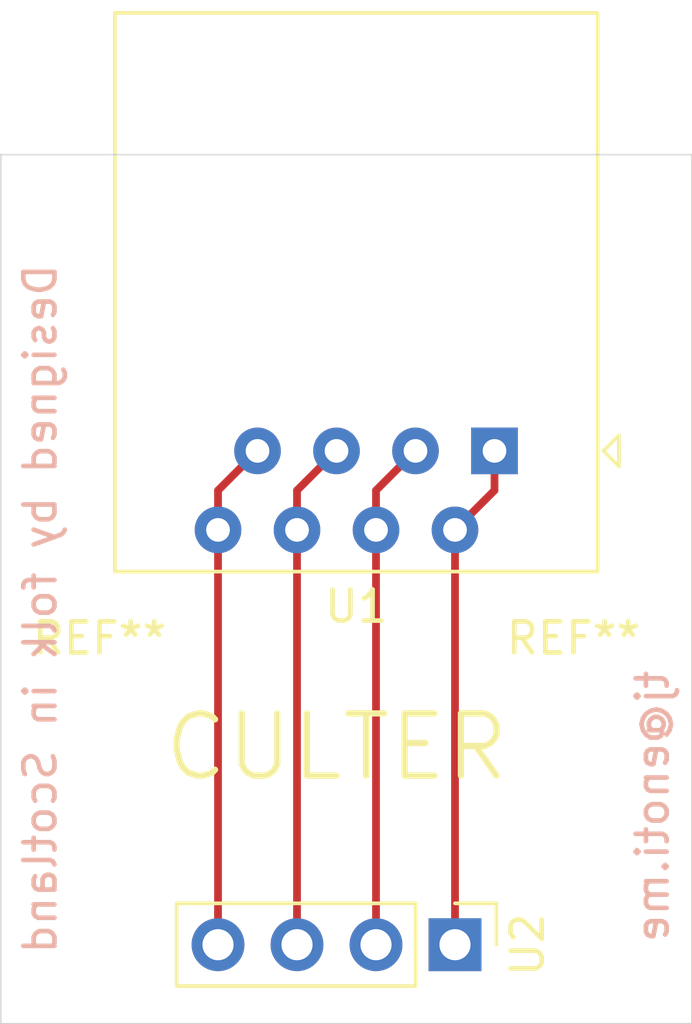
<source format=kicad_pcb>
(kicad_pcb (version 20171130) (host pcbnew 5.1.2)

  (general
    (thickness 1.6)
    (drawings 7)
    (tracks 12)
    (zones 0)
    (modules 4)
    (nets 5)
  )

  (page A4)
  (layers
    (0 F.Cu signal)
    (31 B.Cu signal)
    (32 B.Adhes user)
    (33 F.Adhes user)
    (34 B.Paste user)
    (35 F.Paste user)
    (36 B.SilkS user)
    (37 F.SilkS user)
    (38 B.Mask user)
    (39 F.Mask user)
    (40 Dwgs.User user)
    (41 Cmts.User user)
    (42 Eco1.User user)
    (43 Eco2.User user)
    (44 Edge.Cuts user)
    (45 Margin user)
    (46 B.CrtYd user)
    (47 F.CrtYd user)
    (48 B.Fab user)
    (49 F.Fab user)
  )

  (setup
    (last_trace_width 0.25)
    (trace_clearance 0.2)
    (zone_clearance 0.508)
    (zone_45_only no)
    (trace_min 0.2)
    (via_size 0.8)
    (via_drill 0.4)
    (via_min_size 0.4)
    (via_min_drill 0.3)
    (uvia_size 0.3)
    (uvia_drill 0.1)
    (uvias_allowed no)
    (uvia_min_size 0.2)
    (uvia_min_drill 0.1)
    (edge_width 0.05)
    (segment_width 0.2)
    (pcb_text_width 0.3)
    (pcb_text_size 1.5 1.5)
    (mod_edge_width 0.12)
    (mod_text_size 1 1)
    (mod_text_width 0.15)
    (pad_size 1.5 1.5)
    (pad_drill 0.76)
    (pad_to_mask_clearance 0.051)
    (solder_mask_min_width 0.25)
    (aux_axis_origin 0 0)
    (visible_elements FFFFFF7F)
    (pcbplotparams
      (layerselection 0x010fc_ffffffff)
      (usegerberextensions false)
      (usegerberattributes false)
      (usegerberadvancedattributes false)
      (creategerberjobfile false)
      (excludeedgelayer true)
      (linewidth 0.100000)
      (plotframeref false)
      (viasonmask false)
      (mode 1)
      (useauxorigin false)
      (hpglpennumber 1)
      (hpglpenspeed 20)
      (hpglpendiameter 15.000000)
      (psnegative false)
      (psa4output false)
      (plotreference true)
      (plotvalue true)
      (plotinvisibletext false)
      (padsonsilk false)
      (subtractmaskfromsilk false)
      (outputformat 1)
      (mirror false)
      (drillshape 1)
      (scaleselection 1)
      (outputdirectory ""))
  )

  (net 0 "")
  (net 1 "Net-(U1-Pad1)")
  (net 2 "Net-(U1-Pad2)")
  (net 3 "Net-(U1-Pad3)")
  (net 4 "Net-(U1-Pad4)")

  (net_class Default "This is the default net class."
    (clearance 0.2)
    (trace_width 0.25)
    (via_dia 0.8)
    (via_drill 0.4)
    (uvia_dia 0.3)
    (uvia_drill 0.1)
    (add_net "Net-(U1-Pad1)")
    (add_net "Net-(U1-Pad2)")
    (add_net "Net-(U1-Pad3)")
    (add_net "Net-(U1-Pad4)")
  )

  (module MountingHole:MountingHole_2.5mm (layer F.Cu) (tedit 56D1B4CB) (tstamp 5D7065C2)
    (at 155.575 54.61)
    (descr "Mounting Hole 2.5mm, no annular")
    (tags "mounting hole 2.5mm no annular")
    (attr virtual)
    (fp_text reference REF** (at 0 -3.5) (layer F.SilkS)
      (effects (font (size 1 1) (thickness 0.15)))
    )
    (fp_text value MountingHole_2.5mm (at 0 3.5) (layer F.Fab) hide
      (effects (font (size 1 1) (thickness 0.15)))
    )
    (fp_circle (center 0 0) (end 2.75 0) (layer F.CrtYd) (width 0.05))
    (fp_circle (center 0 0) (end 2.5 0) (layer Cmts.User) (width 0.15))
    (fp_text user %R (at 0.3 0) (layer F.Fab)
      (effects (font (size 1 1) (thickness 0.15)))
    )
    (pad 1 np_thru_hole circle (at 0 0) (size 2.5 2.5) (drill 2.5) (layers *.Cu *.Mask))
  )

  (module MountingHole:MountingHole_2.5mm (layer F.Cu) (tedit 56D1B4CB) (tstamp 5D70650B)
    (at 140.335 54.61)
    (descr "Mounting Hole 2.5mm, no annular")
    (tags "mounting hole 2.5mm no annular")
    (attr virtual)
    (fp_text reference REF** (at 0 -3.5) (layer F.SilkS)
      (effects (font (size 1 1) (thickness 0.15)))
    )
    (fp_text value MountingHole_2.5mm (at 0 3.5) (layer F.Fab) hide
      (effects (font (size 1 1) (thickness 0.15)))
    )
    (fp_circle (center 0 0) (end 2.75 0) (layer F.CrtYd) (width 0.05))
    (fp_circle (center 0 0) (end 2.5 0) (layer Cmts.User) (width 0.15))
    (fp_text user %R (at 0.3 0) (layer F.Fab)
      (effects (font (size 1 1) (thickness 0.15)))
    )
    (pad 1 np_thru_hole circle (at 0 0) (size 2.5 2.5) (drill 2.5) (layers *.Cu *.Mask))
  )

  (module Connector_RJ:RJ45_Amphenol_54602-x08_Horizontal (layer F.Cu) (tedit 5D6FF396) (tstamp 5D706C5E)
    (at 153.035 45.085 180)
    (descr "8 Pol Shallow Latch Connector, Modjack, RJ45 (https://cdn.amphenol-icc.com/media/wysiwyg/files/drawing/c-bmj-0102.pdf)")
    (tags RJ45)
    (path /5D6FF28C)
    (fp_text reference U1 (at 4.445 -5) (layer F.SilkS)
      (effects (font (size 1 1) (thickness 0.15)))
    )
    (fp_text value LightingConnector (at 4.445 4) (layer F.Fab) hide
      (effects (font (size 1 1) (thickness 0.15)))
    )
    (fp_text user %R (at 4.445 2) (layer F.Fab) hide
      (effects (font (size 1 1) (thickness 0.15)))
    )
    (fp_line (start -4 0.5) (end -3.5 0) (layer F.SilkS) (width 0.12))
    (fp_line (start -4 -0.5) (end -4 0.5) (layer F.SilkS) (width 0.12))
    (fp_line (start -3.5 0) (end -4 -0.5) (layer F.SilkS) (width 0.12))
    (fp_line (start -3.205 13.97) (end -3.205 -2.77) (layer F.Fab) (width 0.12))
    (fp_line (start 12.095 13.97) (end -3.205 13.97) (layer F.Fab) (width 0.12))
    (fp_line (start 12.095 -3.77) (end 12.095 13.97) (layer F.Fab) (width 0.12))
    (fp_line (start -2.205 -3.77) (end 12.095 -3.77) (layer F.Fab) (width 0.12))
    (fp_line (start -3.205 -2.77) (end -2.205 -3.77) (layer F.Fab) (width 0.12))
    (fp_line (start -3.315 14.08) (end 12.205 14.08) (layer F.SilkS) (width 0.12))
    (fp_line (start 12.205 -3.88) (end 12.205 14.08) (layer F.SilkS) (width 0.12))
    (fp_line (start 12.205 -3.88) (end -3.315 -3.88) (layer F.SilkS) (width 0.12))
    (fp_line (start -3.315 -3.88) (end -3.315 14.08) (layer F.SilkS) (width 0.12))
    (fp_line (start -3.71 -4.27) (end 12.6 -4.27) (layer F.CrtYd) (width 0.05))
    (fp_line (start -3.71 -4.27) (end -3.71 14.47) (layer F.CrtYd) (width 0.05))
    (fp_line (start 12.6 14.47) (end 12.6 -4.27) (layer F.CrtYd) (width 0.05))
    (fp_line (start 12.6 14.47) (end -3.71 14.47) (layer F.CrtYd) (width 0.05))
    (pad "" np_thru_hole circle (at 10.16 6.35 180) (size 3.2 3.2) (drill 3.2) (layers *.Cu *.Mask))
    (pad "" np_thru_hole circle (at -1.27 6.35 180) (size 3.2 3.2) (drill 3.2) (layers *.Cu *.Mask))
    (pad 1 thru_hole rect (at 0 0 180) (size 1.5 1.5) (drill 0.76) (layers *.Cu *.Mask)
      (net 1 "Net-(U1-Pad1)"))
    (pad 1 thru_hole circle (at 1.27 -2.54 180) (size 1.5 1.5) (drill 0.76) (layers *.Cu *.Mask)
      (net 1 "Net-(U1-Pad1)"))
    (pad 2 thru_hole circle (at 2.54 0 180) (size 1.5 1.5) (drill 0.76) (layers *.Cu *.Mask)
      (net 2 "Net-(U1-Pad2)"))
    (pad 2 thru_hole circle (at 3.81 -2.54 180) (size 1.5 1.5) (drill 0.76) (layers *.Cu *.Mask)
      (net 2 "Net-(U1-Pad2)"))
    (pad 3 thru_hole circle (at 5.08 0 180) (size 1.5 1.5) (drill 0.76) (layers *.Cu *.Mask)
      (net 3 "Net-(U1-Pad3)"))
    (pad 3 thru_hole circle (at 6.35 -2.54 180) (size 1.5 1.5) (drill 0.76) (layers *.Cu *.Mask)
      (net 3 "Net-(U1-Pad3)"))
    (pad 4 thru_hole circle (at 7.62 0 180) (size 1.5 1.5) (drill 0.76) (layers *.Cu *.Mask)
      (net 4 "Net-(U1-Pad4)"))
    (pad 4 thru_hole circle (at 8.89 -2.54 180) (size 1.5 1.5) (drill 0.76) (layers *.Cu *.Mask)
      (net 4 "Net-(U1-Pad4)"))
    (model ${KISYS3DMOD}/Connector_RJ.3dshapes/RJ45_Amphenol_54602-x08_Horizontal.wrl
      (at (xyz 0 0 0))
      (scale (xyz 1 1 1))
      (rotate (xyz 0 0 0))
    )
  )

  (module Connector_PinHeader_2.54mm:PinHeader_1x04_P2.54mm_Vertical (layer F.Cu) (tedit 59FED5CC) (tstamp 5D704225)
    (at 151.765 60.96 270)
    (descr "Through hole straight pin header, 1x04, 2.54mm pitch, single row")
    (tags "Through hole pin header THT 1x04 2.54mm single row")
    (path /5D6FF6C9)
    (fp_text reference U2 (at 0 -2.33 90) (layer F.SilkS)
      (effects (font (size 1 1) (thickness 0.15)))
    )
    (fp_text value LightingInput (at 0 9.95 90) (layer F.Fab) hide
      (effects (font (size 1 1) (thickness 0.15)))
    )
    (fp_line (start -0.635 -1.27) (end 1.27 -1.27) (layer F.Fab) (width 0.1))
    (fp_line (start 1.27 -1.27) (end 1.27 8.89) (layer F.Fab) (width 0.1))
    (fp_line (start 1.27 8.89) (end -1.27 8.89) (layer F.Fab) (width 0.1))
    (fp_line (start -1.27 8.89) (end -1.27 -0.635) (layer F.Fab) (width 0.1))
    (fp_line (start -1.27 -0.635) (end -0.635 -1.27) (layer F.Fab) (width 0.1))
    (fp_line (start -1.33 8.95) (end 1.33 8.95) (layer F.SilkS) (width 0.12))
    (fp_line (start -1.33 1.27) (end -1.33 8.95) (layer F.SilkS) (width 0.12))
    (fp_line (start 1.33 1.27) (end 1.33 8.95) (layer F.SilkS) (width 0.12))
    (fp_line (start -1.33 1.27) (end 1.33 1.27) (layer F.SilkS) (width 0.12))
    (fp_line (start -1.33 0) (end -1.33 -1.33) (layer F.SilkS) (width 0.12))
    (fp_line (start -1.33 -1.33) (end 0 -1.33) (layer F.SilkS) (width 0.12))
    (fp_line (start -1.8 -1.8) (end -1.8 9.4) (layer F.CrtYd) (width 0.05))
    (fp_line (start -1.8 9.4) (end 1.8 9.4) (layer F.CrtYd) (width 0.05))
    (fp_line (start 1.8 9.4) (end 1.8 -1.8) (layer F.CrtYd) (width 0.05))
    (fp_line (start 1.8 -1.8) (end -1.8 -1.8) (layer F.CrtYd) (width 0.05))
    (fp_text user %R (at 0 3.81) (layer F.Fab)
      (effects (font (size 1 1) (thickness 0.15)))
    )
    (pad 1 thru_hole rect (at 0 0 270) (size 1.7 1.7) (drill 1) (layers *.Cu *.Mask)
      (net 1 "Net-(U1-Pad1)"))
    (pad 2 thru_hole oval (at 0 2.54 270) (size 1.7 1.7) (drill 1) (layers *.Cu *.Mask)
      (net 2 "Net-(U1-Pad2)"))
    (pad 3 thru_hole oval (at 0 5.08 270) (size 1.7 1.7) (drill 1) (layers *.Cu *.Mask)
      (net 3 "Net-(U1-Pad3)"))
    (pad 4 thru_hole oval (at 0 7.62 270) (size 1.7 1.7) (drill 1) (layers *.Cu *.Mask)
      (net 4 "Net-(U1-Pad4)"))
    (model ${KISYS3DMOD}/Connector_PinHeader_2.54mm.3dshapes/PinHeader_1x04_P2.54mm_Vertical.wrl
      (at (xyz 0 0 0))
      (scale (xyz 1 1 1))
      (rotate (xyz 0 0 0))
    )
  )

  (gr_text CULTER (at 147.955 54.61) (layer F.SilkS)
    (effects (font (size 2 2) (thickness 0.2)))
  )
  (gr_text tj@enoti.me (at 158.115 56.515 90) (layer B.SilkS)
    (effects (font (size 1 1) (thickness 0.15)) (justify mirror))
  )
  (gr_text "Designed by folk in Scotland" (at 138.43 50.165 90) (layer B.SilkS)
    (effects (font (size 1 1) (thickness 0.15)) (justify mirror))
  )
  (gr_line (start 137.16 63.5) (end 137.16 35.56) (layer Edge.Cuts) (width 0.05) (tstamp 5D706C04))
  (gr_line (start 159.385 63.5) (end 137.16 63.5) (layer Edge.Cuts) (width 0.05))
  (gr_line (start 159.385 35.56) (end 159.385 63.5) (layer Edge.Cuts) (width 0.05))
  (gr_line (start 137.16 35.56) (end 159.385 35.56) (layer Edge.Cuts) (width 0.05))

  (segment (start 151.765 60.96) (end 151.765 47.625) (width 0.25) (layer F.Cu) (net 1))
  (segment (start 153.035 46.355) (end 151.765 47.625) (width 0.25) (layer F.Cu) (net 1))
  (segment (start 153.035 45.085) (end 153.035 46.355) (width 0.25) (layer F.Cu) (net 1))
  (segment (start 149.225 46.355) (end 149.225 47.625) (width 0.25) (layer F.Cu) (net 2))
  (segment (start 150.495 45.085) (end 149.225 46.355) (width 0.25) (layer F.Cu) (net 2))
  (segment (start 149.225 47.625) (end 149.225 60.96) (width 0.25) (layer F.Cu) (net 2))
  (segment (start 146.685 60.96) (end 146.685 47.625) (width 0.25) (layer F.Cu) (net 3))
  (segment (start 146.685 46.355) (end 146.685 47.625) (width 0.25) (layer F.Cu) (net 3))
  (segment (start 147.955 45.085) (end 146.685 46.355) (width 0.25) (layer F.Cu) (net 3))
  (segment (start 144.145 46.355) (end 144.145 47.625) (width 0.25) (layer F.Cu) (net 4))
  (segment (start 145.415 45.085) (end 144.145 46.355) (width 0.25) (layer F.Cu) (net 4))
  (segment (start 144.145 47.625) (end 144.145 60.96) (width 0.25) (layer F.Cu) (net 4))

)

</source>
